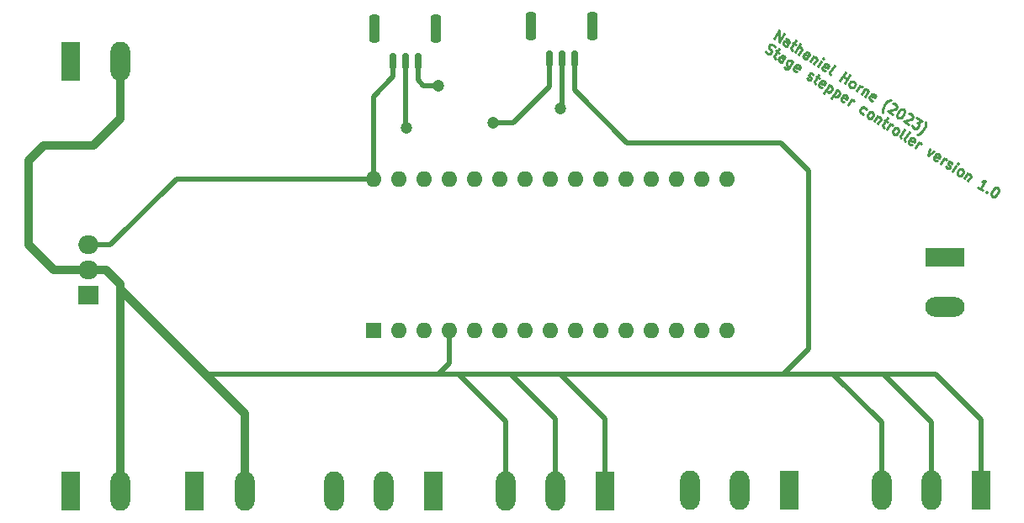
<source format=gbr>
%TF.GenerationSoftware,KiCad,Pcbnew,7.0.6-7.0.6~ubuntu22.04.1*%
%TF.CreationDate,2023-07-24T17:29:41-06:00*%
%TF.ProjectId,stepper_microscope_stage,73746570-7065-4725-9f6d-6963726f7363,rev?*%
%TF.SameCoordinates,Original*%
%TF.FileFunction,Copper,L1,Top*%
%TF.FilePolarity,Positive*%
%FSLAX46Y46*%
G04 Gerber Fmt 4.6, Leading zero omitted, Abs format (unit mm)*
G04 Created by KiCad (PCBNEW 7.0.6-7.0.6~ubuntu22.04.1) date 2023-07-24 17:29:41*
%MOMM*%
%LPD*%
G01*
G04 APERTURE LIST*
G04 Aperture macros list*
%AMRoundRect*
0 Rectangle with rounded corners*
0 $1 Rounding radius*
0 $2 $3 $4 $5 $6 $7 $8 $9 X,Y pos of 4 corners*
0 Add a 4 corners polygon primitive as box body*
4,1,4,$2,$3,$4,$5,$6,$7,$8,$9,$2,$3,0*
0 Add four circle primitives for the rounded corners*
1,1,$1+$1,$2,$3*
1,1,$1+$1,$4,$5*
1,1,$1+$1,$6,$7*
1,1,$1+$1,$8,$9*
0 Add four rect primitives between the rounded corners*
20,1,$1+$1,$2,$3,$4,$5,0*
20,1,$1+$1,$4,$5,$6,$7,0*
20,1,$1+$1,$6,$7,$8,$9,0*
20,1,$1+$1,$8,$9,$2,$3,0*%
G04 Aperture macros list end*
%ADD10C,0.250000*%
%TA.AperFunction,NonConductor*%
%ADD11C,0.250000*%
%TD*%
%TA.AperFunction,ComponentPad*%
%ADD12O,1.980000X3.960000*%
%TD*%
%TA.AperFunction,ComponentPad*%
%ADD13R,1.980000X3.960000*%
%TD*%
%TA.AperFunction,ComponentPad*%
%ADD14R,2.000000X1.905000*%
%TD*%
%TA.AperFunction,ComponentPad*%
%ADD15O,2.000000X1.905000*%
%TD*%
%TA.AperFunction,SMDPad,CuDef*%
%ADD16RoundRect,0.150000X-0.150000X-0.700000X0.150000X-0.700000X0.150000X0.700000X-0.150000X0.700000X0*%
%TD*%
%TA.AperFunction,SMDPad,CuDef*%
%ADD17RoundRect,0.250000X-0.250000X-1.150000X0.250000X-1.150000X0.250000X1.150000X-0.250000X1.150000X0*%
%TD*%
%TA.AperFunction,ComponentPad*%
%ADD18R,3.960000X1.980000*%
%TD*%
%TA.AperFunction,ComponentPad*%
%ADD19O,3.960000X1.980000*%
%TD*%
%TA.AperFunction,ComponentPad*%
%ADD20O,1.600000X1.600000*%
%TD*%
%TA.AperFunction,ComponentPad*%
%ADD21R,1.600000X1.600000*%
%TD*%
%TA.AperFunction,ViaPad*%
%ADD22C,1.200000*%
%TD*%
%TA.AperFunction,Conductor*%
%ADD23C,0.812800*%
%TD*%
%TA.AperFunction,Conductor*%
%ADD24C,0.508000*%
%TD*%
G04 APERTURE END LIST*
D10*
D11*
X190277314Y-94744260D02*
X190814614Y-93900869D01*
X190814614Y-93900869D02*
X190759252Y-95051288D01*
X190759252Y-95051288D02*
X191296552Y-94207897D01*
X191522321Y-95537417D02*
X191803763Y-95095640D01*
X191803763Y-95095640D02*
X191814773Y-94989731D01*
X191814773Y-94989731D02*
X191760036Y-94898399D01*
X191760036Y-94898399D02*
X191599390Y-94796056D01*
X191599390Y-94796056D02*
X191493481Y-94785046D01*
X191547906Y-95497255D02*
X191441998Y-95486245D01*
X191441998Y-95486245D02*
X191241190Y-95358317D01*
X191241190Y-95358317D02*
X191186453Y-95266984D01*
X191186453Y-95266984D02*
X191197463Y-95161075D01*
X191197463Y-95161075D02*
X191248634Y-95080752D01*
X191248634Y-95080752D02*
X191339967Y-95026015D01*
X191339967Y-95026015D02*
X191445876Y-95037025D01*
X191445876Y-95037025D02*
X191646683Y-95164953D01*
X191646683Y-95164953D02*
X191752592Y-95175963D01*
X192161651Y-95154256D02*
X192482943Y-95358941D01*
X192461235Y-94949882D02*
X192000693Y-95672789D01*
X192000693Y-95672789D02*
X191989683Y-95778698D01*
X191989683Y-95778698D02*
X192044420Y-95870031D01*
X192044420Y-95870031D02*
X192124743Y-95921202D01*
X192405874Y-96100302D02*
X192943174Y-95256911D01*
X192767327Y-96330574D02*
X193048770Y-95888797D01*
X193048770Y-95888797D02*
X193059780Y-95782888D01*
X193059780Y-95782888D02*
X193005043Y-95691555D01*
X193005043Y-95691555D02*
X192884558Y-95614798D01*
X192884558Y-95614798D02*
X192778650Y-95603788D01*
X192778650Y-95603788D02*
X192712902Y-95618364D01*
X193530396Y-96816702D02*
X193811839Y-96374925D01*
X193811839Y-96374925D02*
X193822849Y-96269017D01*
X193822849Y-96269017D02*
X193768111Y-96177684D01*
X193768111Y-96177684D02*
X193607465Y-96075341D01*
X193607465Y-96075341D02*
X193501557Y-96064331D01*
X193555982Y-96776540D02*
X193450073Y-96765530D01*
X193450073Y-96765530D02*
X193249266Y-96637602D01*
X193249266Y-96637602D02*
X193194528Y-96546269D01*
X193194528Y-96546269D02*
X193205538Y-96440360D01*
X193205538Y-96440360D02*
X193256710Y-96360037D01*
X193256710Y-96360037D02*
X193348042Y-96305300D01*
X193348042Y-96305300D02*
X193453951Y-96316310D01*
X193453951Y-96316310D02*
X193654759Y-96444238D01*
X193654759Y-96444238D02*
X193760667Y-96455248D01*
X194290211Y-96510298D02*
X193932011Y-97072559D01*
X194239039Y-96590621D02*
X194304787Y-96576045D01*
X194304787Y-96576045D02*
X194410695Y-96587055D01*
X194410695Y-96587055D02*
X194531180Y-96663812D01*
X194531180Y-96663812D02*
X194585917Y-96755145D01*
X194585917Y-96755145D02*
X194574907Y-96861054D01*
X194574907Y-96861054D02*
X194293465Y-97302830D01*
X194695080Y-97558687D02*
X195053279Y-96996426D01*
X195232379Y-96715296D02*
X195166632Y-96729871D01*
X195166632Y-96729871D02*
X195181208Y-96795619D01*
X195181208Y-96795619D02*
X195246955Y-96781043D01*
X195246955Y-96781043D02*
X195232379Y-96715296D01*
X195232379Y-96715296D02*
X195181208Y-96795619D01*
X195443572Y-97979068D02*
X195337663Y-97968058D01*
X195337663Y-97968058D02*
X195177017Y-97865715D01*
X195177017Y-97865715D02*
X195122280Y-97774382D01*
X195122280Y-97774382D02*
X195133290Y-97668474D01*
X195133290Y-97668474D02*
X195337975Y-97347182D01*
X195337975Y-97347182D02*
X195429308Y-97292444D01*
X195429308Y-97292444D02*
X195535217Y-97303454D01*
X195535217Y-97303454D02*
X195695863Y-97405797D01*
X195695863Y-97405797D02*
X195750600Y-97497130D01*
X195750600Y-97497130D02*
X195739590Y-97603039D01*
X195739590Y-97603039D02*
X195688419Y-97683362D01*
X195688419Y-97683362D02*
X195235633Y-97507828D01*
X195940086Y-98351843D02*
X195885348Y-98260511D01*
X195885348Y-98260511D02*
X195896358Y-98154602D01*
X195896358Y-98154602D02*
X196356901Y-97431695D01*
X196903962Y-98965901D02*
X197441262Y-98122509D01*
X197185405Y-98524124D02*
X197667343Y-98831152D01*
X197385900Y-99272929D02*
X197923200Y-98429537D01*
X197908000Y-99605543D02*
X197853262Y-99514210D01*
X197853262Y-99514210D02*
X197838687Y-99448463D01*
X197838687Y-99448463D02*
X197849696Y-99342554D01*
X197849696Y-99342554D02*
X198003211Y-99101585D01*
X198003211Y-99101585D02*
X198094544Y-99046848D01*
X198094544Y-99046848D02*
X198160291Y-99032272D01*
X198160291Y-99032272D02*
X198266199Y-99043282D01*
X198266199Y-99043282D02*
X198386684Y-99120039D01*
X198386684Y-99120039D02*
X198441421Y-99211372D01*
X198441421Y-99211372D02*
X198455997Y-99277119D01*
X198455997Y-99277119D02*
X198444987Y-99383028D01*
X198444987Y-99383028D02*
X198291473Y-99623997D01*
X198291473Y-99623997D02*
X198200140Y-99678734D01*
X198200140Y-99678734D02*
X198134393Y-99693310D01*
X198134393Y-99693310D02*
X198028484Y-99682300D01*
X198028484Y-99682300D02*
X197908000Y-99605543D01*
X198550584Y-100014914D02*
X198908783Y-99452653D01*
X198806441Y-99613299D02*
X198897774Y-99558562D01*
X198897774Y-99558562D02*
X198963521Y-99543986D01*
X198963521Y-99543986D02*
X199069429Y-99554996D01*
X199069429Y-99554996D02*
X199149752Y-99606167D01*
X199430883Y-99785267D02*
X199072684Y-100347528D01*
X199379712Y-99865590D02*
X199445459Y-99851015D01*
X199445459Y-99851015D02*
X199551368Y-99862024D01*
X199551368Y-99862024D02*
X199671852Y-99938782D01*
X199671852Y-99938782D02*
X199726590Y-100030114D01*
X199726590Y-100030114D02*
X199715580Y-100136023D01*
X199715580Y-100136023D02*
X199434137Y-100577800D01*
X200182630Y-100998181D02*
X200076721Y-100987171D01*
X200076721Y-100987171D02*
X199916075Y-100884828D01*
X199916075Y-100884828D02*
X199861338Y-100793495D01*
X199861338Y-100793495D02*
X199872348Y-100687586D01*
X199872348Y-100687586D02*
X200077033Y-100366294D01*
X200077033Y-100366294D02*
X200168366Y-100311557D01*
X200168366Y-100311557D02*
X200274275Y-100322567D01*
X200274275Y-100322567D02*
X200434921Y-100424910D01*
X200434921Y-100424910D02*
X200489658Y-100516243D01*
X200489658Y-100516243D02*
X200478648Y-100622151D01*
X200478648Y-100622151D02*
X200427477Y-100702474D01*
X200427477Y-100702474D02*
X199974690Y-100526940D01*
X201237527Y-102178377D02*
X201222951Y-102112629D01*
X201222951Y-102112629D02*
X201219385Y-101940974D01*
X201219385Y-101940974D02*
X201230395Y-101835065D01*
X201230395Y-101835065D02*
X201266990Y-101688995D01*
X201266990Y-101688995D02*
X201354757Y-101462601D01*
X201354757Y-101462601D02*
X201457100Y-101301955D01*
X201457100Y-101301955D02*
X201625190Y-101126734D01*
X201625190Y-101126734D02*
X201742109Y-101031835D01*
X201742109Y-101031835D02*
X201833442Y-100977098D01*
X201833442Y-100977098D02*
X201990522Y-100907784D01*
X201990522Y-100907784D02*
X202056269Y-100893209D01*
X202209471Y-101273116D02*
X202275218Y-101258540D01*
X202275218Y-101258540D02*
X202381127Y-101269550D01*
X202381127Y-101269550D02*
X202581935Y-101397479D01*
X202581935Y-101397479D02*
X202636672Y-101488812D01*
X202636672Y-101488812D02*
X202651248Y-101554559D01*
X202651248Y-101554559D02*
X202640238Y-101660468D01*
X202640238Y-101660468D02*
X202589066Y-101740791D01*
X202589066Y-101740791D02*
X202472148Y-101835689D01*
X202472148Y-101835689D02*
X201683182Y-102010599D01*
X201683182Y-102010599D02*
X202205281Y-102343213D01*
X203264680Y-101832436D02*
X203345003Y-101883607D01*
X203345003Y-101883607D02*
X203399740Y-101974940D01*
X203399740Y-101974940D02*
X203414316Y-102040687D01*
X203414316Y-102040687D02*
X203403306Y-102146596D01*
X203403306Y-102146596D02*
X203341125Y-102332827D01*
X203341125Y-102332827D02*
X203213197Y-102533635D01*
X203213197Y-102533635D02*
X203070692Y-102668695D01*
X203070692Y-102668695D02*
X202979359Y-102723433D01*
X202979359Y-102723433D02*
X202913612Y-102738008D01*
X202913612Y-102738008D02*
X202807703Y-102726998D01*
X202807703Y-102726998D02*
X202727380Y-102675827D01*
X202727380Y-102675827D02*
X202672643Y-102584494D01*
X202672643Y-102584494D02*
X202658067Y-102518747D01*
X202658067Y-102518747D02*
X202669077Y-102412838D01*
X202669077Y-102412838D02*
X202731259Y-102226607D01*
X202731259Y-102226607D02*
X202859187Y-102025799D01*
X202859187Y-102025799D02*
X203001691Y-101890739D01*
X203001691Y-101890739D02*
X203093024Y-101836002D01*
X203093024Y-101836002D02*
X203158771Y-101821426D01*
X203158771Y-101821426D02*
X203264680Y-101832436D01*
X203815931Y-102296544D02*
X203881678Y-102281968D01*
X203881678Y-102281968D02*
X203987587Y-102292978D01*
X203987587Y-102292978D02*
X204188395Y-102420907D01*
X204188395Y-102420907D02*
X204243132Y-102512240D01*
X204243132Y-102512240D02*
X204257708Y-102577987D01*
X204257708Y-102577987D02*
X204246698Y-102683895D01*
X204246698Y-102683895D02*
X204195526Y-102764218D01*
X204195526Y-102764218D02*
X204078608Y-102859117D01*
X204078608Y-102859117D02*
X203289641Y-103034027D01*
X203289641Y-103034027D02*
X203811741Y-103366641D01*
X204630171Y-102702349D02*
X205152271Y-103034963D01*
X205152271Y-103034963D02*
X204666455Y-103177155D01*
X204666455Y-103177155D02*
X204786939Y-103253913D01*
X204786939Y-103253913D02*
X204841676Y-103345245D01*
X204841676Y-103345245D02*
X204856252Y-103410993D01*
X204856252Y-103410993D02*
X204845242Y-103516901D01*
X204845242Y-103516901D02*
X204717314Y-103717709D01*
X204717314Y-103717709D02*
X204625981Y-103772446D01*
X204625981Y-103772446D02*
X204560234Y-103787022D01*
X204560234Y-103787022D02*
X204454325Y-103776012D01*
X204454325Y-103776012D02*
X204213356Y-103622498D01*
X204213356Y-103622498D02*
X204158619Y-103531165D01*
X204158619Y-103531165D02*
X204144043Y-103465418D01*
X204691416Y-104378747D02*
X204757163Y-104364171D01*
X204757163Y-104364171D02*
X204914243Y-104294858D01*
X204914243Y-104294858D02*
X205005576Y-104240120D01*
X205005576Y-104240120D02*
X205122495Y-104145222D01*
X205122495Y-104145222D02*
X205290585Y-103970000D01*
X205290585Y-103970000D02*
X205392927Y-103809354D01*
X205392927Y-103809354D02*
X205480694Y-103582961D01*
X205480694Y-103582961D02*
X205517290Y-103436891D01*
X205517290Y-103436891D02*
X205528300Y-103330982D01*
X205528300Y-103330982D02*
X205524734Y-103159326D01*
X205524734Y-103159326D02*
X205510158Y-103093579D01*
X189397686Y-96036373D02*
X189492585Y-96153292D01*
X189492585Y-96153292D02*
X189693393Y-96281220D01*
X189693393Y-96281220D02*
X189799301Y-96292230D01*
X189799301Y-96292230D02*
X189865049Y-96277654D01*
X189865049Y-96277654D02*
X189956381Y-96222917D01*
X189956381Y-96222917D02*
X190007553Y-96142594D01*
X190007553Y-96142594D02*
X190018563Y-96036685D01*
X190018563Y-96036685D02*
X190003987Y-95970938D01*
X190003987Y-95970938D02*
X189949250Y-95879605D01*
X189949250Y-95879605D02*
X189814189Y-95737101D01*
X189814189Y-95737101D02*
X189759452Y-95645768D01*
X189759452Y-95645768D02*
X189744876Y-95580021D01*
X189744876Y-95580021D02*
X189755886Y-95474112D01*
X189755886Y-95474112D02*
X189807058Y-95393789D01*
X189807058Y-95393789D02*
X189898390Y-95339052D01*
X189898390Y-95339052D02*
X189964138Y-95324476D01*
X189964138Y-95324476D02*
X190070046Y-95335486D01*
X190070046Y-95335486D02*
X190270854Y-95463414D01*
X190270854Y-95463414D02*
X190365753Y-95580333D01*
X190453207Y-95974816D02*
X190774499Y-96179502D01*
X190752792Y-95770443D02*
X190292249Y-96493350D01*
X190292249Y-96493350D02*
X190281239Y-96599258D01*
X190281239Y-96599258D02*
X190335977Y-96690591D01*
X190335977Y-96690591D02*
X190416300Y-96741763D01*
X191058884Y-97151134D02*
X191340327Y-96709357D01*
X191340327Y-96709357D02*
X191351337Y-96603449D01*
X191351337Y-96603449D02*
X191296599Y-96512116D01*
X191296599Y-96512116D02*
X191135953Y-96409773D01*
X191135953Y-96409773D02*
X191030045Y-96398763D01*
X191084470Y-97110972D02*
X190978561Y-97099963D01*
X190978561Y-97099963D02*
X190777754Y-96972034D01*
X190777754Y-96972034D02*
X190723016Y-96880701D01*
X190723016Y-96880701D02*
X190734026Y-96774792D01*
X190734026Y-96774792D02*
X190785198Y-96694469D01*
X190785198Y-96694469D02*
X190876530Y-96639732D01*
X190876530Y-96639732D02*
X190982439Y-96650742D01*
X190982439Y-96650742D02*
X191183247Y-96778671D01*
X191183247Y-96778671D02*
X191289155Y-96789680D01*
X192180152Y-97075001D02*
X191745195Y-97757747D01*
X191745195Y-97757747D02*
X191653863Y-97812484D01*
X191653863Y-97812484D02*
X191588115Y-97827060D01*
X191588115Y-97827060D02*
X191482207Y-97816050D01*
X191482207Y-97816050D02*
X191361722Y-97739293D01*
X191361722Y-97739293D02*
X191306985Y-97647960D01*
X191847538Y-97597101D02*
X191741630Y-97586091D01*
X191741630Y-97586091D02*
X191580984Y-97483748D01*
X191580984Y-97483748D02*
X191526246Y-97392415D01*
X191526246Y-97392415D02*
X191511670Y-97326668D01*
X191511670Y-97326668D02*
X191522680Y-97220759D01*
X191522680Y-97220759D02*
X191676195Y-96979790D01*
X191676195Y-96979790D02*
X191767527Y-96925053D01*
X191767527Y-96925053D02*
X191833275Y-96910477D01*
X191833275Y-96910477D02*
X191939183Y-96921487D01*
X191939183Y-96921487D02*
X192099829Y-97023830D01*
X192099829Y-97023830D02*
X192154567Y-97115163D01*
X192570445Y-98057643D02*
X192464537Y-98046633D01*
X192464537Y-98046633D02*
X192303891Y-97944291D01*
X192303891Y-97944291D02*
X192249153Y-97852958D01*
X192249153Y-97852958D02*
X192260163Y-97747049D01*
X192260163Y-97747049D02*
X192464849Y-97425757D01*
X192464849Y-97425757D02*
X192556182Y-97371020D01*
X192556182Y-97371020D02*
X192662090Y-97382030D01*
X192662090Y-97382030D02*
X192822736Y-97484372D01*
X192822736Y-97484372D02*
X192877474Y-97575705D01*
X192877474Y-97575705D02*
X192866464Y-97681614D01*
X192866464Y-97681614D02*
X192815292Y-97761937D01*
X192815292Y-97761937D02*
X192362506Y-97586403D01*
X193574483Y-98697286D02*
X193629220Y-98788619D01*
X193629220Y-98788619D02*
X193789866Y-98890962D01*
X193789866Y-98890962D02*
X193895775Y-98901971D01*
X193895775Y-98901971D02*
X193987108Y-98847234D01*
X193987108Y-98847234D02*
X194012694Y-98807073D01*
X194012694Y-98807073D02*
X194023704Y-98701164D01*
X194023704Y-98701164D02*
X193968966Y-98609831D01*
X193968966Y-98609831D02*
X193848482Y-98533074D01*
X193848482Y-98533074D02*
X193793744Y-98441741D01*
X193793744Y-98441741D02*
X193804754Y-98335832D01*
X193804754Y-98335832D02*
X193830340Y-98295671D01*
X193830340Y-98295671D02*
X193921673Y-98240934D01*
X193921673Y-98240934D02*
X194027582Y-98251943D01*
X194027582Y-98251943D02*
X194148066Y-98328701D01*
X194148066Y-98328701D02*
X194202803Y-98420033D01*
X194509520Y-98558972D02*
X194830812Y-98763657D01*
X194809104Y-98354599D02*
X194348562Y-99077505D01*
X194348562Y-99077505D02*
X194337552Y-99183414D01*
X194337552Y-99183414D02*
X194392289Y-99274747D01*
X194392289Y-99274747D02*
X194472612Y-99325918D01*
X195100620Y-99669543D02*
X194994712Y-99658533D01*
X194994712Y-99658533D02*
X194834066Y-99556190D01*
X194834066Y-99556190D02*
X194779328Y-99464857D01*
X194779328Y-99464857D02*
X194790338Y-99358948D01*
X194790338Y-99358948D02*
X194995024Y-99037656D01*
X194995024Y-99037656D02*
X195086357Y-98982919D01*
X195086357Y-98982919D02*
X195192266Y-98993929D01*
X195192266Y-98993929D02*
X195352912Y-99096272D01*
X195352912Y-99096272D02*
X195407649Y-99187605D01*
X195407649Y-99187605D02*
X195396639Y-99293513D01*
X195396639Y-99293513D02*
X195345468Y-99373836D01*
X195345468Y-99373836D02*
X194892681Y-99198302D01*
X195834850Y-99403300D02*
X195297550Y-100246692D01*
X195809264Y-99443462D02*
X195915173Y-99454472D01*
X195915173Y-99454472D02*
X196075819Y-99556814D01*
X196075819Y-99556814D02*
X196130556Y-99648147D01*
X196130556Y-99648147D02*
X196145132Y-99713894D01*
X196145132Y-99713894D02*
X196134122Y-99819803D01*
X196134122Y-99819803D02*
X195980608Y-100060772D01*
X195980608Y-100060772D02*
X195889275Y-100115509D01*
X195889275Y-100115509D02*
X195823528Y-100130085D01*
X195823528Y-100130085D02*
X195717619Y-100119075D01*
X195717619Y-100119075D02*
X195556973Y-100016733D01*
X195556973Y-100016733D02*
X195502236Y-99925400D01*
X196597918Y-99889428D02*
X196060619Y-100732820D01*
X196572332Y-99929590D02*
X196678241Y-99940600D01*
X196678241Y-99940600D02*
X196838887Y-100042943D01*
X196838887Y-100042943D02*
X196893624Y-100134275D01*
X196893624Y-100134275D02*
X196908200Y-100200023D01*
X196908200Y-100200023D02*
X196897190Y-100305931D01*
X196897190Y-100305931D02*
X196743676Y-100546900D01*
X196743676Y-100546900D02*
X196652343Y-100601638D01*
X196652343Y-100601638D02*
X196586596Y-100616213D01*
X196586596Y-100616213D02*
X196480687Y-100605204D01*
X196480687Y-100605204D02*
X196320041Y-100502861D01*
X196320041Y-100502861D02*
X196265304Y-100411528D01*
X197349665Y-101102342D02*
X197243756Y-101091332D01*
X197243756Y-101091332D02*
X197083110Y-100988989D01*
X197083110Y-100988989D02*
X197028373Y-100897656D01*
X197028373Y-100897656D02*
X197039383Y-100791747D01*
X197039383Y-100791747D02*
X197244068Y-100470456D01*
X197244068Y-100470456D02*
X197335401Y-100415718D01*
X197335401Y-100415718D02*
X197441310Y-100426728D01*
X197441310Y-100426728D02*
X197601956Y-100529071D01*
X197601956Y-100529071D02*
X197656693Y-100620404D01*
X197656693Y-100620404D02*
X197645683Y-100726312D01*
X197645683Y-100726312D02*
X197594512Y-100806635D01*
X197594512Y-100806635D02*
X197141725Y-100631101D01*
X197725694Y-101398360D02*
X198083894Y-100836099D01*
X197981551Y-100996745D02*
X198072884Y-100942008D01*
X198072884Y-100942008D02*
X198138631Y-100927432D01*
X198138631Y-100927432D02*
X198244540Y-100938442D01*
X198244540Y-100938442D02*
X198324863Y-100989613D01*
X199277417Y-102330456D02*
X199171508Y-102319446D01*
X199171508Y-102319446D02*
X199010862Y-102217103D01*
X199010862Y-102217103D02*
X198956125Y-102125770D01*
X198956125Y-102125770D02*
X198941549Y-102060023D01*
X198941549Y-102060023D02*
X198952559Y-101954114D01*
X198952559Y-101954114D02*
X199106073Y-101713145D01*
X199106073Y-101713145D02*
X199197406Y-101658408D01*
X199197406Y-101658408D02*
X199263154Y-101643832D01*
X199263154Y-101643832D02*
X199369062Y-101654842D01*
X199369062Y-101654842D02*
X199529708Y-101757185D01*
X199529708Y-101757185D02*
X199584445Y-101848518D01*
X199733770Y-102677645D02*
X199679032Y-102586313D01*
X199679032Y-102586313D02*
X199664456Y-102520565D01*
X199664456Y-102520565D02*
X199675466Y-102414657D01*
X199675466Y-102414657D02*
X199828980Y-102173688D01*
X199828980Y-102173688D02*
X199920313Y-102118950D01*
X199920313Y-102118950D02*
X199986061Y-102104375D01*
X199986061Y-102104375D02*
X200091969Y-102115384D01*
X200091969Y-102115384D02*
X200212454Y-102192142D01*
X200212454Y-102192142D02*
X200267191Y-102283474D01*
X200267191Y-102283474D02*
X200281767Y-102349222D01*
X200281767Y-102349222D02*
X200270757Y-102455130D01*
X200270757Y-102455130D02*
X200117243Y-102696099D01*
X200117243Y-102696099D02*
X200025910Y-102750837D01*
X200025910Y-102750837D02*
X199960163Y-102765412D01*
X199960163Y-102765412D02*
X199854254Y-102754403D01*
X199854254Y-102754403D02*
X199733770Y-102677645D01*
X200734553Y-102524756D02*
X200376354Y-103087017D01*
X200683382Y-102605079D02*
X200749129Y-102590503D01*
X200749129Y-102590503D02*
X200855038Y-102601513D01*
X200855038Y-102601513D02*
X200975522Y-102678270D01*
X200975522Y-102678270D02*
X201030260Y-102769603D01*
X201030260Y-102769603D02*
X201019250Y-102875511D01*
X201019250Y-102875511D02*
X200737807Y-103317288D01*
X201377137Y-102934127D02*
X201698429Y-103138812D01*
X201676722Y-102729753D02*
X201216179Y-103452660D01*
X201216179Y-103452660D02*
X201205169Y-103558569D01*
X201205169Y-103558569D02*
X201259907Y-103649902D01*
X201259907Y-103649902D02*
X201340230Y-103701073D01*
X201621360Y-103880173D02*
X201979560Y-103317913D01*
X201877217Y-103478559D02*
X201968550Y-103423821D01*
X201968550Y-103423821D02*
X202034297Y-103409245D01*
X202034297Y-103409245D02*
X202140206Y-103420255D01*
X202140206Y-103420255D02*
X202220529Y-103471427D01*
X202263945Y-104289545D02*
X202209207Y-104198212D01*
X202209207Y-104198212D02*
X202194632Y-104132465D01*
X202194632Y-104132465D02*
X202205642Y-104026556D01*
X202205642Y-104026556D02*
X202359156Y-103785587D01*
X202359156Y-103785587D02*
X202450489Y-103730850D01*
X202450489Y-103730850D02*
X202516236Y-103716274D01*
X202516236Y-103716274D02*
X202622144Y-103727284D01*
X202622144Y-103727284D02*
X202742629Y-103804041D01*
X202742629Y-103804041D02*
X202797366Y-103895374D01*
X202797366Y-103895374D02*
X202811942Y-103961121D01*
X202811942Y-103961121D02*
X202800932Y-104067030D01*
X202800932Y-104067030D02*
X202647418Y-104307999D01*
X202647418Y-104307999D02*
X202556085Y-104362736D01*
X202556085Y-104362736D02*
X202490338Y-104377312D01*
X202490338Y-104377312D02*
X202384429Y-104366302D01*
X202384429Y-104366302D02*
X202263945Y-104289545D01*
X203027013Y-104775673D02*
X202972276Y-104684340D01*
X202972276Y-104684340D02*
X202983286Y-104578432D01*
X202983286Y-104578432D02*
X203443828Y-103855525D01*
X203468790Y-105057116D02*
X203414053Y-104965783D01*
X203414053Y-104965783D02*
X203425063Y-104859874D01*
X203425063Y-104859874D02*
X203885605Y-104136967D01*
X204136960Y-105426326D02*
X204031051Y-105415316D01*
X204031051Y-105415316D02*
X203870405Y-105312973D01*
X203870405Y-105312973D02*
X203815668Y-105221640D01*
X203815668Y-105221640D02*
X203826678Y-105115732D01*
X203826678Y-105115732D02*
X204031364Y-104794440D01*
X204031364Y-104794440D02*
X204122697Y-104739702D01*
X204122697Y-104739702D02*
X204228605Y-104750712D01*
X204228605Y-104750712D02*
X204389251Y-104853055D01*
X204389251Y-104853055D02*
X204443989Y-104944388D01*
X204443989Y-104944388D02*
X204432979Y-105050297D01*
X204432979Y-105050297D02*
X204381807Y-105130620D01*
X204381807Y-105130620D02*
X203929021Y-104955086D01*
X204512990Y-105722344D02*
X204871189Y-105160083D01*
X204768847Y-105320729D02*
X204860179Y-105265992D01*
X204860179Y-105265992D02*
X204925927Y-105251416D01*
X204925927Y-105251416D02*
X205031835Y-105262426D01*
X205031835Y-105262426D02*
X205112158Y-105313598D01*
X205955550Y-105850898D02*
X205798158Y-106541087D01*
X205798158Y-106541087D02*
X206357165Y-106106755D01*
X206667135Y-107038225D02*
X206561227Y-107027215D01*
X206561227Y-107027215D02*
X206400581Y-106924873D01*
X206400581Y-106924873D02*
X206345843Y-106833540D01*
X206345843Y-106833540D02*
X206356853Y-106727631D01*
X206356853Y-106727631D02*
X206561539Y-106406339D01*
X206561539Y-106406339D02*
X206652872Y-106351602D01*
X206652872Y-106351602D02*
X206758780Y-106362612D01*
X206758780Y-106362612D02*
X206919426Y-106464954D01*
X206919426Y-106464954D02*
X206974164Y-106556287D01*
X206974164Y-106556287D02*
X206963154Y-106662196D01*
X206963154Y-106662196D02*
X206911982Y-106742519D01*
X206911982Y-106742519D02*
X206459196Y-106566985D01*
X207043165Y-107334244D02*
X207401364Y-106771983D01*
X207299022Y-106932629D02*
X207390355Y-106877892D01*
X207390355Y-106877892D02*
X207456102Y-106863316D01*
X207456102Y-106863316D02*
X207562010Y-106874326D01*
X207562010Y-106874326D02*
X207642333Y-106925497D01*
X207550689Y-107601111D02*
X207605426Y-107692444D01*
X207605426Y-107692444D02*
X207766072Y-107794787D01*
X207766072Y-107794787D02*
X207871981Y-107805796D01*
X207871981Y-107805796D02*
X207963314Y-107751059D01*
X207963314Y-107751059D02*
X207988899Y-107710898D01*
X207988899Y-107710898D02*
X207999909Y-107604989D01*
X207999909Y-107604989D02*
X207945172Y-107513656D01*
X207945172Y-107513656D02*
X207824687Y-107436899D01*
X207824687Y-107436899D02*
X207769950Y-107345566D01*
X207769950Y-107345566D02*
X207780960Y-107239657D01*
X207780960Y-107239657D02*
X207806546Y-107199496D01*
X207806546Y-107199496D02*
X207897879Y-107144759D01*
X207897879Y-107144759D02*
X208003787Y-107155768D01*
X208003787Y-107155768D02*
X208124272Y-107232526D01*
X208124272Y-107232526D02*
X208179009Y-107323858D01*
X208248010Y-108101815D02*
X208606210Y-107539554D01*
X208785310Y-107258424D02*
X208719563Y-107272999D01*
X208719563Y-107272999D02*
X208734138Y-107338747D01*
X208734138Y-107338747D02*
X208799886Y-107324171D01*
X208799886Y-107324171D02*
X208785310Y-107258424D01*
X208785310Y-107258424D02*
X208734138Y-107338747D01*
X208770109Y-108434429D02*
X208715372Y-108343096D01*
X208715372Y-108343096D02*
X208700796Y-108277349D01*
X208700796Y-108277349D02*
X208711806Y-108171440D01*
X208711806Y-108171440D02*
X208865320Y-107930471D01*
X208865320Y-107930471D02*
X208956653Y-107875734D01*
X208956653Y-107875734D02*
X209022400Y-107861158D01*
X209022400Y-107861158D02*
X209128309Y-107872168D01*
X209128309Y-107872168D02*
X209248793Y-107948925D01*
X209248793Y-107948925D02*
X209303531Y-108040258D01*
X209303531Y-108040258D02*
X209318107Y-108106005D01*
X209318107Y-108106005D02*
X209307097Y-108211914D01*
X209307097Y-108211914D02*
X209153582Y-108452883D01*
X209153582Y-108452883D02*
X209062250Y-108507620D01*
X209062250Y-108507620D02*
X208996502Y-108522196D01*
X208996502Y-108522196D02*
X208890594Y-108511186D01*
X208890594Y-108511186D02*
X208770109Y-108434429D01*
X209770893Y-108281539D02*
X209412693Y-108843800D01*
X209719722Y-108361862D02*
X209785469Y-108347286D01*
X209785469Y-108347286D02*
X209891377Y-108358296D01*
X209891377Y-108358296D02*
X210011862Y-108435053D01*
X210011862Y-108435053D02*
X210066599Y-108526386D01*
X210066599Y-108526386D02*
X210055589Y-108632295D01*
X210055589Y-108632295D02*
X209774147Y-109074071D01*
X211260122Y-110020742D02*
X210778184Y-109713714D01*
X211019153Y-109867228D02*
X211556453Y-109023836D01*
X211556453Y-109023836D02*
X211399373Y-109093150D01*
X211399373Y-109093150D02*
X211267879Y-109122301D01*
X211267879Y-109122301D02*
X211161970Y-109111291D01*
X211672747Y-110170690D02*
X211687323Y-110236438D01*
X211687323Y-110236438D02*
X211621576Y-110251013D01*
X211621576Y-110251013D02*
X211607000Y-110185266D01*
X211607000Y-110185266D02*
X211672747Y-110170690D01*
X211672747Y-110170690D02*
X211621576Y-110251013D01*
X212721136Y-109765821D02*
X212801459Y-109816993D01*
X212801459Y-109816993D02*
X212856196Y-109908326D01*
X212856196Y-109908326D02*
X212870772Y-109974073D01*
X212870772Y-109974073D02*
X212859762Y-110079982D01*
X212859762Y-110079982D02*
X212797581Y-110266213D01*
X212797581Y-110266213D02*
X212669653Y-110467021D01*
X212669653Y-110467021D02*
X212527148Y-110602081D01*
X212527148Y-110602081D02*
X212435815Y-110656818D01*
X212435815Y-110656818D02*
X212370068Y-110671394D01*
X212370068Y-110671394D02*
X212264159Y-110660384D01*
X212264159Y-110660384D02*
X212183836Y-110609213D01*
X212183836Y-110609213D02*
X212129099Y-110517880D01*
X212129099Y-110517880D02*
X212114523Y-110452133D01*
X212114523Y-110452133D02*
X212125533Y-110346224D01*
X212125533Y-110346224D02*
X212187715Y-110159992D01*
X212187715Y-110159992D02*
X212315643Y-109959185D01*
X212315643Y-109959185D02*
X212458147Y-109824125D01*
X212458147Y-109824125D02*
X212549480Y-109769387D01*
X212549480Y-109769387D02*
X212615227Y-109754812D01*
X212615227Y-109754812D02*
X212721136Y-109765821D01*
D12*
%TO.P,STEPSIG2,3,Pin_3*%
%TO.N,Net-(A1-D5)*%
X146000000Y-140270000D03*
%TO.P,STEPSIG2,2,Pin_2*%
%TO.N,Net-(A1-D6)*%
X151000000Y-140270000D03*
D13*
%TO.P,STEPSIG2,1,Pin_1*%
%TO.N,Net-(A1-D7)*%
X156000000Y-140270000D03*
%TD*%
%TO.P,STEPSIGGND1,1,Pin_1*%
%TO.N,GND*%
X211090000Y-140240000D03*
D12*
%TO.P,STEPSIGGND1,2,Pin_2*%
X206090000Y-140240000D03*
%TO.P,STEPSIGGND1,3,Pin_3*%
X201090000Y-140240000D03*
%TD*%
%TO.P,VIN1,2,Pin_2*%
%TO.N,GND*%
X124485000Y-97000000D03*
D13*
%TO.P,VIN1,1,Pin_1*%
%TO.N,+24V*%
X119485000Y-97000000D03*
%TD*%
D14*
%TO.P,U1,1,VI*%
%TO.N,+24V*%
X121250000Y-120580000D03*
D15*
%TO.P,U1,2,GND*%
%TO.N,GND*%
X121250000Y-118040000D03*
%TO.P,U1,3,VO*%
%TO.N,+5V*%
X121250000Y-115500000D03*
%TD*%
D13*
%TO.P,STEPVIN2,1,Pin_1*%
%TO.N,+24V*%
X131985000Y-140280000D03*
D12*
%TO.P,STEPVIN2,2,Pin_2*%
%TO.N,GND*%
X136985000Y-140280000D03*
%TD*%
D13*
%TO.P,STEPVIN1,1,Pin_1*%
%TO.N,+24V*%
X119485000Y-140280000D03*
D12*
%TO.P,STEPVIN1,2,Pin_2*%
%TO.N,GND*%
X124485000Y-140280000D03*
%TD*%
%TO.P,STEPSIGGND2,3,Pin_3*%
%TO.N,GND*%
X163250000Y-140260000D03*
%TO.P,STEPSIGGND2,2,Pin_2*%
X168250000Y-140260000D03*
D13*
%TO.P,STEPSIGGND2,1,Pin_1*%
X173250000Y-140260000D03*
%TD*%
%TO.P,STEPSIG1,1,Pin_1*%
%TO.N,Net-(A1-D12)*%
X191795000Y-140250000D03*
D12*
%TO.P,STEPSIG1,2,Pin_2*%
%TO.N,Net-(A1-D11)*%
X186795000Y-140250000D03*
%TO.P,STEPSIG1,3,Pin_3*%
%TO.N,Net-(A1-D10)*%
X181795000Y-140250000D03*
%TD*%
D16*
%TO.P,LIMIT2,1,Pin_1*%
%TO.N,+5V*%
X151930000Y-97070000D03*
%TO.P,LIMIT2,2,Pin_2*%
%TO.N,Net-(A1-D3)*%
X153180000Y-97070000D03*
%TO.P,LIMIT2,3,Pin_3*%
%TO.N,GND*%
X154430000Y-97070000D03*
D17*
%TO.P,LIMIT2,MP*%
%TO.N,N/C*%
X156280000Y-93720000D03*
X150080000Y-93720000D03*
%TD*%
%TO.P,LIMIT1,MP*%
%TO.N,N/C*%
X165830000Y-93470000D03*
X172030000Y-93470000D03*
D16*
%TO.P,LIMIT1,3,Pin_3*%
%TO.N,GND*%
X170180000Y-96820000D03*
%TO.P,LIMIT1,2,Pin_2*%
%TO.N,Net-(A1-D4)*%
X168930000Y-96820000D03*
%TO.P,LIMIT1,1,Pin_1*%
%TO.N,+5V*%
X167680000Y-96820000D03*
%TD*%
D18*
%TO.P,JOYIN1,1,Pin_1*%
%TO.N,Net-(A1-A1)*%
X207500000Y-116735000D03*
D19*
%TO.P,JOYIN1,2,Pin_2*%
%TO.N,Net-(A1-A0)*%
X207500000Y-121735000D03*
%TD*%
D20*
%TO.P,A1,30,VIN*%
%TO.N,+5V*%
X149950000Y-108870000D03*
%TO.P,A1,29,GND*%
%TO.N,unconnected-(A1-GND-Pad29)*%
X152490000Y-108870000D03*
%TO.P,A1,28,~{RESET}*%
%TO.N,unconnected-(A1-~{RESET}-Pad28)*%
X155030000Y-108870000D03*
%TO.P,A1,27,+5V*%
%TO.N,unconnected-(A1-+5V-Pad27)*%
X157570000Y-108870000D03*
%TO.P,A1,26,A7*%
%TO.N,unconnected-(A1-A7-Pad26)*%
X160110000Y-108870000D03*
%TO.P,A1,25,A6*%
%TO.N,unconnected-(A1-A6-Pad25)*%
X162650000Y-108870000D03*
%TO.P,A1,24,A5*%
%TO.N,unconnected-(A1-A5-Pad24)*%
X165190000Y-108870000D03*
%TO.P,A1,23,A4*%
%TO.N,unconnected-(A1-A4-Pad23)*%
X167730000Y-108870000D03*
%TO.P,A1,22,A3*%
%TO.N,unconnected-(A1-A3-Pad22)*%
X170270000Y-108870000D03*
%TO.P,A1,21,A2*%
%TO.N,unconnected-(A1-A2-Pad21)*%
X172810000Y-108870000D03*
%TO.P,A1,20,A1*%
%TO.N,Net-(A1-A1)*%
X175350000Y-108870000D03*
%TO.P,A1,19,A0*%
%TO.N,Net-(A1-A0)*%
X177890000Y-108870000D03*
%TO.P,A1,18,AREF*%
%TO.N,unconnected-(A1-AREF-Pad18)*%
X180430000Y-108870000D03*
%TO.P,A1,17,3V3*%
%TO.N,unconnected-(A1-3V3-Pad17)*%
X182970000Y-108870000D03*
%TO.P,A1,16,D13*%
%TO.N,unconnected-(A1-D13-Pad16)*%
X185510000Y-108870000D03*
%TO.P,A1,15,D12*%
%TO.N,Net-(A1-D12)*%
X185510000Y-124110000D03*
%TO.P,A1,14,D11*%
%TO.N,Net-(A1-D11)*%
X182970000Y-124110000D03*
%TO.P,A1,13,D10*%
%TO.N,Net-(A1-D10)*%
X180430000Y-124110000D03*
%TO.P,A1,12,D9*%
%TO.N,unconnected-(A1-D9-Pad12)*%
X177890000Y-124110000D03*
%TO.P,A1,11,D8*%
%TO.N,unconnected-(A1-D8-Pad11)*%
X175350000Y-124110000D03*
%TO.P,A1,10,D7*%
%TO.N,Net-(A1-D7)*%
X172810000Y-124110000D03*
%TO.P,A1,9,D6*%
%TO.N,Net-(A1-D6)*%
X170270000Y-124110000D03*
%TO.P,A1,8,D5*%
%TO.N,Net-(A1-D5)*%
X167730000Y-124110000D03*
%TO.P,A1,7,D4*%
%TO.N,Net-(A1-D4)*%
X165190000Y-124110000D03*
%TO.P,A1,6,D3*%
%TO.N,Net-(A1-D3)*%
X162650000Y-124110000D03*
%TO.P,A1,5,D2*%
%TO.N,unconnected-(A1-D2-Pad5)*%
X160110000Y-124110000D03*
%TO.P,A1,4,GND*%
%TO.N,GND*%
X157570000Y-124110000D03*
%TO.P,A1,3,~{RESET}*%
%TO.N,unconnected-(A1-~{RESET}-Pad3)*%
X155030000Y-124110000D03*
%TO.P,A1,2,D0/RX*%
%TO.N,unconnected-(A1-D0{slash}RX-Pad2)*%
X152490000Y-124110000D03*
D21*
%TO.P,A1,1,D1/TX*%
%TO.N,unconnected-(A1-D1{slash}TX-Pad1)*%
X149950000Y-124110000D03*
%TD*%
D22*
%TO.N,Net-(A1-D4)*%
X168750000Y-101750000D03*
%TO.N,Net-(A1-D3)*%
X153250000Y-103761500D03*
%TO.N,GND*%
X156500000Y-99500000D03*
%TO.N,+5V*%
X162000000Y-103250000D03*
%TD*%
D23*
%TO.N,GND*%
X121250000Y-118040000D02*
X123062800Y-118040000D01*
X123062800Y-118040000D02*
X124485000Y-119462200D01*
X124485000Y-119462200D02*
X124485000Y-119985000D01*
X124485000Y-97000000D02*
X124485000Y-102765000D01*
X124485000Y-102765000D02*
X121750000Y-105500000D01*
X116750000Y-105500000D02*
X115250000Y-107000000D01*
X121750000Y-105500000D02*
X116750000Y-105500000D01*
X115250000Y-115500000D02*
X117790000Y-118040000D01*
X115250000Y-107000000D02*
X115250000Y-115500000D01*
X117790000Y-118040000D02*
X121250000Y-118040000D01*
D24*
%TO.N,+5V*%
X149950000Y-108870000D02*
X130130000Y-108870000D01*
X130130000Y-108870000D02*
X123500000Y-115500000D01*
X123500000Y-115500000D02*
X121250000Y-115500000D01*
D23*
%TO.N,GND*%
X124485000Y-140280000D02*
X124485000Y-119750000D01*
X136985000Y-132485000D02*
X124485000Y-119985000D01*
X124485000Y-119985000D02*
X124485000Y-119750000D01*
D24*
%TO.N,Net-(A1-D4)*%
X168930000Y-96820000D02*
X168930000Y-101570000D01*
X168930000Y-101570000D02*
X168750000Y-101750000D01*
%TO.N,Net-(A1-D3)*%
X153250000Y-103761500D02*
X153180000Y-103691500D01*
X153180000Y-103691500D02*
X153180000Y-97070000D01*
%TO.N,+5V*%
X167680000Y-96820000D02*
X167680000Y-99570000D01*
X167680000Y-99570000D02*
X164000000Y-103250000D01*
X164000000Y-103250000D02*
X162000000Y-103250000D01*
%TO.N,GND*%
X156500000Y-128500000D02*
X133000000Y-128500000D01*
X155000000Y-99500000D02*
X156500000Y-99500000D01*
X191250000Y-128500000D02*
X193750000Y-126000000D01*
X170180000Y-99930000D02*
X170180000Y-96820000D01*
X193750000Y-126000000D02*
X193750000Y-108000000D01*
X193750000Y-108000000D02*
X191000000Y-105250000D01*
X191000000Y-105250000D02*
X175500000Y-105250000D01*
X175500000Y-105250000D02*
X170180000Y-99930000D01*
X168750000Y-128500000D02*
X191250000Y-128500000D01*
X191250000Y-128500000D02*
X196250000Y-128500000D01*
X154430000Y-97070000D02*
X154430000Y-98930000D01*
X154430000Y-98930000D02*
X155000000Y-99500000D01*
%TO.N,+5V*%
X151930000Y-97070000D02*
X151930000Y-98570000D01*
X151930000Y-98570000D02*
X149950000Y-100550000D01*
X149950000Y-100550000D02*
X149950000Y-108870000D01*
%TO.N,GND*%
X196250000Y-128500000D02*
X201250000Y-128500000D01*
X201090000Y-133340000D02*
X196250000Y-128500000D01*
X201090000Y-140240000D02*
X201090000Y-133340000D01*
X201250000Y-128500000D02*
X206500000Y-128500000D01*
X206090000Y-140240000D02*
X206090000Y-133340000D01*
X206090000Y-133340000D02*
X201250000Y-128500000D01*
X206500000Y-128500000D02*
X211090000Y-133090000D01*
X211090000Y-140240000D02*
X211090000Y-133090000D01*
X158500000Y-128500000D02*
X156500000Y-128500000D01*
X156500000Y-128500000D02*
X157570000Y-127430000D01*
X157570000Y-127430000D02*
X157570000Y-124110000D01*
X158500000Y-128500000D02*
X163750000Y-128500000D01*
X163250000Y-140260000D02*
X163250000Y-133250000D01*
X163250000Y-133250000D02*
X158500000Y-128500000D01*
X168750000Y-128500000D02*
X163750000Y-128500000D01*
X168250000Y-140260000D02*
X168250000Y-133000000D01*
X168250000Y-133000000D02*
X163750000Y-128500000D01*
X173250000Y-140260000D02*
X173250000Y-133000000D01*
X173250000Y-133000000D02*
X168750000Y-128500000D01*
D23*
X136985000Y-140280000D02*
X136985000Y-132485000D01*
%TD*%
M02*

</source>
